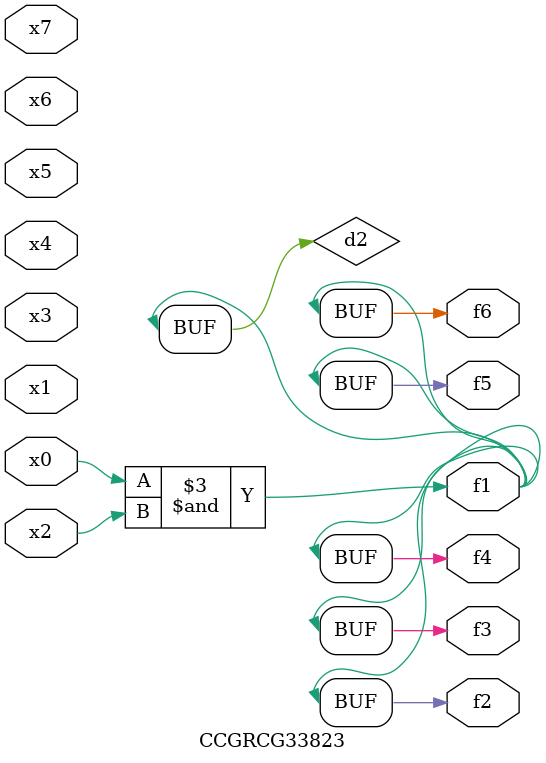
<source format=v>
module CCGRCG33823(
	input x0, x1, x2, x3, x4, x5, x6, x7,
	output f1, f2, f3, f4, f5, f6
);

	wire d1, d2;

	nor (d1, x3, x6);
	and (d2, x0, x2);
	assign f1 = d2;
	assign f2 = d2;
	assign f3 = d2;
	assign f4 = d2;
	assign f5 = d2;
	assign f6 = d2;
endmodule

</source>
